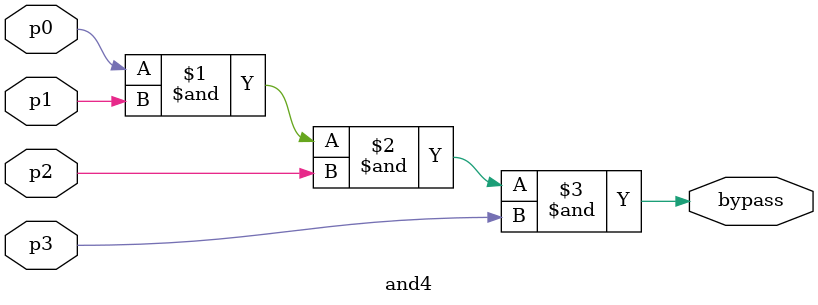
<source format=v>
module adder
(
  input wire clk,
  output wire s1,
  output wire s2,
  output wire s3,
  output wire s4,
  output wire s5,
  output wire s6,
  output wire s7,
  output wire s8,
  output wire s9,
  output wire s10,
  output wire s11,
  output wire s12,
  output wire s13,
  output wire s14,
  output wire s15,
  output wire s16,
  output wire cout,
  input wire a1,
  input wire b1,
  input wire a2,
  input wire b2,
  input wire a3,
  input wire b3,
  input wire a4,
  input wire b4,
  input wire a5,
  input wire b5,
  input wire a6,
  input wire b6,
  input wire a7,
  input wire b7,
  input wire a8,
  input wire b8,
  input wire a9,
  input wire b9,
  input wire a10,
  input wire b10,
  input wire a11,
  input wire b11,
  input wire a12,
  input wire b12,
  input wire a13,
  input wire b13,
  input wire a14,
  input wire b14,
  input wire a15,
  input wire b15,
  input wire a16,
  input wire b16,
  input wire cin
);

// Input registers
reg rg_a1, rg_b1, rg_a2, rg_b2, rg_a3, rg_b3, rg_a4, rg_b4, rg_a5, rg_b5, rg_a6, rg_b6, rg_a7, rg_b7, rg_a8, rg_b8;
reg rg_a9, rg_b9, rg_a10, rg_b10, rg_a11, rg_b11, rg_a12, rg_b12, rg_a13, rg_b13, rg_a14, rg_b14, rg_a15, rg_b15, rg_a16, rg_b16;
reg rg_cin;
// Output registers
reg rg_s1, rg_s2, rg_s3, rg_s4, rg_s5, rg_s6, rg_s7, rg_s8, rg_s9, rg_s10, rg_s11, rg_s12, rg_s13, rg_s14, rg_s15, rg_s16;
reg rg_cout;

// Assign outputs from output registers
assign s1 = rg_s1;
assign s2 = rg_s2;
assign s3 = rg_s3;
assign s4 = rg_s4;
assign s5 = rg_s5;
assign s6 = rg_s6;
assign s7 = rg_s7;
assign s8 = rg_s8;
assign s9 = rg_s9;
assign s10 = rg_s10;
assign s11 = rg_s11;
assign s12 = rg_s12;
assign s13 = rg_s13;
assign s14 = rg_s14;
assign s15 = rg_s15;
assign s16 = rg_s16;
assign cout = rg_cout;

wire net10 ;
wire net11 ;
wire net12 ;
wire net13 ;
wire net14 ;
wire net15 ;
wire net16 ;
wire net17 ;
wire net18 ;
wire net19 ;
wire net20 ;
wire net21 ;
wire net22 ;
wire net23 ;
wire net24 ;
wire net25 ;
wire net26 ;
wire net27 ;
wire net28 ;
wire net29 ;
wire net30 ;
wire net31 ;
wire net32 ;
wire net33 ;
wire net34 ;
wire net35 ;
wire net36 ;
wire net37 ;
wire net38 ;
wire net39 ;
wire net1 ;
wire net2 ;
wire net3 ;
wire net4 ;
wire net5 ;
wire net6 ;
wire net7 ;
wire net8 ;
wire net9 ;

// Register all inputs and outputs on clk
always @(posedge clk) begin
  rg_a1 <= a1; rg_b1 <= b1; rg_a2 <= a2; rg_b2 <= b2; rg_a3 <= a3; rg_b3 <= b3; rg_a4 <= a4; rg_b4 <= b4;
  rg_a5 <= a5; rg_b5 <= b5; rg_a6 <= a6; rg_b6 <= b6; rg_a7 <= a7; rg_b7 <= b7; rg_a8 <= a8; rg_b8 <= b8;
  rg_a9 <= a9; rg_b9 <= b9; rg_a10 <= a10; rg_b10 <= b10; rg_a11 <= a11; rg_b11 <= b11;
  rg_a12 <= a12; rg_b12 <= b12; rg_a13 <= a13; rg_b13 <= b13; rg_a14 <= a14; rg_b14 <= b14;
  rg_a15 <= a15; rg_b15 <= b15; rg_a16 <= a16; rg_b16 <= b16;
  rg_cin <= cin;
  rg_s1 <= wr_s1; rg_s2 <= wr_s2; rg_s3 <= wr_s3; rg_s4 <= wr_s4; rg_s5 <= wr_s5; rg_s6 <= wr_s6; rg_s7 <= wr_s7; rg_s8 <= wr_s8;
  rg_s9 <= wr_s9; rg_s10 <= wr_s10; rg_s11 <= wr_s11; rg_s12 <= wr_s12; rg_s13 <= wr_s13; rg_s14 <= wr_s14; rg_s15 <= wr_s15; rg_s16 <= wr_s16;
  rg_cout <= wr_cout;
end

// Wires for combinational outputs
wire wr_s1, wr_s2, wr_s3, wr_s4, wr_s5, wr_s6, wr_s7, wr_s8, wr_s9, wr_s10, wr_s11, wr_s12, wr_s13, wr_s14, wr_s15, wr_s16, wr_cout;


fa
x1 (
 .a( rg_a1 ),
 .sum( wr_s1 ),
 .b( rg_b1 ),
 .cout( net4 ),
 .cin( rg_cin )
);

fa
x2 (
 .a( rg_a2 ),
 .sum( wr_s2 ),
 .b( rg_b2 ),
 .cout( net3 ),
 .cin( net4 )
);

fa
x3 (
 .a( rg_a3 ),
 .sum( wr_s3 ),
 .b( rg_b3 ),
 .cout( net2 ),
 .cin( net3 )
);

fa
x4 (
 .a( rg_a4 ),
 .sum( wr_s4 ),
 .b( rg_b4 ),
 .cout( net1 ),
 .cin( net2 )
);



mux21
x5 ( 
 .in0( net1 ),
 .in1( cin ),
 .out( net5 ),
 .select_high( net20 )
);


fa
x6 (
 .a( rg_a5 ),
 .sum( wr_s5 ),
 .b( rg_b5 ),
 .cout( net9 ),
 .cin( net5 )
);

fa
x7 (
 .a( rg_a6 ),
 .sum( wr_s6 ),
 .b( rg_b6 ),
 .cout( net8 ),
 .cin( net9 )
);

fa
x8 (
 .a( rg_a7 ),
 .sum( wr_s7 ),
 .b( rg_b7 ),
 .cout( net7 ),
 .cin( net8 )
);

fa
x9 (
 .a( rg_a8 ),
 .sum( wr_s8 ),
 .b( rg_b8 ),
 .cout( net6 ),
 .cin( net7 )
);



mux21
x10 ( 
 .in0( net6 ),
 .in1( net5 ),
 .out( net10 ),
 .select_high( net25 )
);


fa
x11 (
 .a( rg_a9 ),
 .sum( wr_s9 ),
 .b( rg_b9 ),
 .cout( net14 ),
 .cin( net10 )
);

fa
x12 (
 .a( rg_a10 ),
 .sum( wr_s10 ),
 .b( rg_b10 ),
 .cout( net13 ),
 .cin( net14 )
);

fa
x13 (
 .a( rg_a11 ),
 .sum( wr_s11 ),
 .b( rg_b11 ),
 .cout( net12 ),
 .cin( net13 )
);

fa
x14 (
 .a( rg_a12 ),
 .sum( wr_s12 ),
 .b( rg_b12 ),
 .cout( net11 ),
 .cin( net12 )
);



mux21
x15 ( 
 .in0( net11 ),
 .in1( net10 ),
 .out( net15 ),
 .select_high( net30 )
);


fa
x16 (
 .a( rg_a13 ),
 .sum( wr_s13 ),
 .b( rg_b13 ),
 .cout( net19 ),
 .cin( net15 )
);

fa
x17 (
 .a( rg_a14 ),
 .sum( wr_s14 ),
 .b( rg_b14 ),
 .cout( net18 ),
 .cin( net19 )
);

fa
x18 (
 .a( rg_a15 ),
 .sum( wr_s15 ),
 .b( rg_b15 ),
 .cout( net17 ),
 .cin( net18 )
);

fa
x19 (
 .a( rg_a16 ),
 .sum( wr_s16 ),
 .b( rg_b16 ),
 .cout( net16 ),
 .cin( net17 )
);



mux21
x20 (
 .in0( net16 ),
 .in1( net15 ),
 .out( wr_cout ),
 .select_high( net35 )
);



P
x21 ( 
 .A( rg_a1 ),
 .P( net21 ),
 .B( rg_b1 )
);


P
x22 ( 
 .A( rg_a2 ),
 .P( net22 ),
 .B( rg_b2 )
);


P
x23 ( 
 .A( rg_a3 ),
 .P( net23 ),
 .B( rg_b3 )
);


P
x24 ( 
 .A( rg_a4 ),
 .P( net24 ),
 .B( rg_b4 )
);


P
x25 ( 
 .A( rg_a5 ),
 .P( net26 ),
 .B( rg_b5 )
);


P
x26 ( 
 .A( rg_a6 ),
 .P( net27 ),
 .B( rg_b6 )
);


P
x27 ( 
 .A( rg_a7 ),
 .P( net28 ),
 .B( rg_b7 )
);


P
x28 ( 
 .A( rg_a8 ),
 .P( net29 ),
 .B( rg_b8 )
);


P
x29 ( 
 .A( rg_a9 ),
 .P( net31 ),
 .B( rg_b9 )
);


P
x30 ( 
 .A( rg_a10 ),
 .P( net32 ),
 .B( rg_b10 )
);


P
x31 ( 
 .A( rg_a11 ),
 .P( net33 ),
 .B( rg_b11 )
);


P
x32 ( 
 .A( rg_a12 ),
 .P( net34 ),
 .B( rg_b12 )
);


P
x33 ( 
 .A( rg_a13 ),
 .P( net36 ),
 .B( rg_b13 )
);


P
x34 ( 
 .A( rg_a14 ),
 .P( net37 ),
 .B( rg_b14 )
);


P
x35 ( 
 .A( rg_a15 ),
 .P( net38 ),
 .B( rg_b15 )
);


P
x36 ( 
 .A( rg_a16 ),
 .P( net39 ),
 .B( rg_b16 )
);


and4
x37 ( 
 .p0( net21 ),
 .p1( net22 ),
 .bypass( net20 ),
 .p2( net23 ),
 .p3( net24 )
);


and4
x38 ( 
 .p0( net26 ),
 .p1( net27 ),
 .bypass( net25 ),
 .p2( net28 ),
 .p3( net29 )
);


and4
x39 ( 
 .p0( net31 ),
 .p1( net32 ),
 .bypass( net30 ),
 .p2( net33 ),
 .p3( net34 )
);


and4
x40 ( 
 .p0( net36 ),
 .p1( net37 ),
 .bypass( net35 ),
 .p2( net38 ),
 .p3( net39 )
);

endmodule

// expanding   symbol:  fa.sym # of pins=5
// sym_path: /home/ee24s053/ee5311-2025/tut9/fa.sym
// sch_path: /home/ee24s053/ee5311-2025/tut9/fa.sch
module fa
(
  input wire a,
  output wire sum,
  input wire b,
  output wire cout,
  input wire cin
);
assign {cout, sum} = a + b + cin;
// noconn sum
// noconn cout
// noconn a
// noconn b
// noconn cin
endmodule

// expanding   symbol:  mux21.sym # of pins=4
// sym_path: /home/ee24s053/ee5311-2025/tut9/mux21.sym
// sch_path: /home/ee24s053/ee5311-2025/tut9/mux21.sch
module mux21
(
  input wire in0,
  input wire in1,
  output wire out,
  input wire select_high
);
assign out = select_high ? in1 : in0;
// noconn in0
// noconn in1
// noconn select_high
// noconn out
endmodule

// expanding   symbol:  P.sym # of pins=3
// sym_path: /home/ee24s053/ee5311-2025/tut9/P.sym
// sch_path: /home/ee24s053/ee5311-2025/tut9/P.sch
module P
(
  input wire A,
  output wire P,
  input wire B
);
assign P = A ^ B;
// noconn P
// noconn A
// noconn B
endmodule

// expanding   symbol:  and4.sym # of pins=5
// sym_path: /home/ee24s053/ee5311-2025/tut9/and4.sym
// sch_path: /home/ee24s053/ee5311-2025/tut9/and4.sch
module and4
(
  input wire p0,
  input wire p1,
  output wire bypass,
  input wire p2,
  input wire p3
);
assign bypass = p0 & p1 & p2 & p3;
// noconn bypass
// noconn p0
// noconn p1
// noconn p2
// noconn p3
endmodule

</source>
